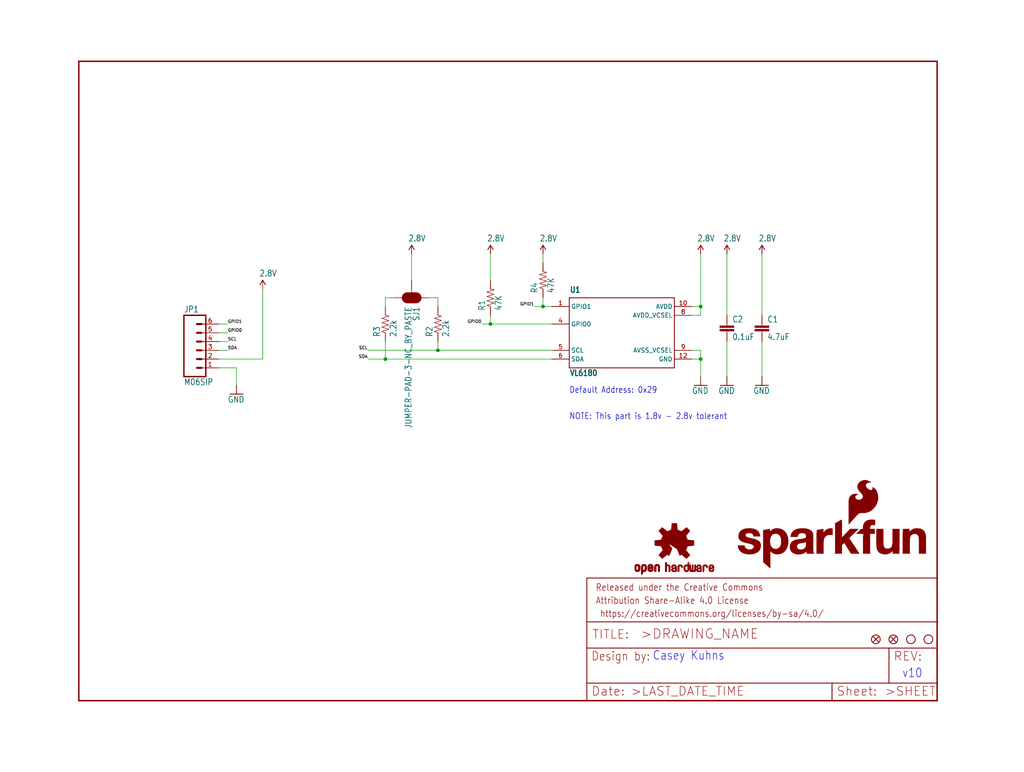
<source format=kicad_sch>
(kicad_sch (version 20211123) (generator eeschema)
  (paper "User" 297.002 223.926)
  (lib_symbols
    (symbol "schematicEagle-eagle-import:0.1UF-25V(+80{slash}-20%)(0603)"
      (property "Reference" "C" (at 1.524 2.921 0))
      (property "Value" "0.1UF-25V(+80{slash}-20%)(0603)" (at 1.524 -2.159 0))
      (symbol "0.1UF-25V(+80{slash}-20%)(0603)_1_0"
        (pin passive line (at 0 5.08 270) (length 2.54) (name "1") (number "1"))
        (pin passive line (at 0 -2.54 90) (length 2.54) (name "2") (number "2"))
      )
    )
    (symbol "schematicEagle-eagle-import:2.2KOHM1{slash}10W1%(0603)"
      (property "Reference" "R" (at -3.81 1.4986 0))
      (property "Value" "2.2KOHM1{slash}10W1%(0603)" (at -3.81 -3.302 0))
      (symbol "2.2KOHM1{slash}10W1%(0603)_1_0"
        (pin passive line (at -5.08 0 0) (length 2.54) (name "1") (number "1"))
        (pin passive line (at 5.08 0 180) (length 2.54) (name "2") (number "2"))
      )
    )
    (symbol "schematicEagle-eagle-import:2.8V" (power)
      (property "Value" "2.8V" (at -1.016 3.556 0))
      (symbol "2.8V_1_0"
        (pin power_in line (at 0 0 90) (length 2.54) (name "2.8V") (number "1"))
      )
    )
    (symbol "schematicEagle-eagle-import:4.7UF-6.3V-10%(0603)0603"
      (property "Reference" "C" (at 1.524 2.921 0))
      (property "Value" "4.7UF-6.3V-10%(0603)0603" (at 1.524 -2.159 0))
      (symbol "4.7UF-6.3V-10%(0603)0603_1_0"
        (pin passive line (at 0 5.08 270) (length 2.54) (name "1") (number "1"))
        (pin passive line (at 0 -2.54 90) (length 2.54) (name "2") (number "2"))
      )
    )
    (symbol "schematicEagle-eagle-import:47KOHM1{slash}10W1%(0603)"
      (property "Reference" "R" (at -3.81 1.4986 0))
      (property "Value" "47KOHM1{slash}10W1%(0603)" (at -3.81 -3.302 0))
      (symbol "47KOHM1{slash}10W1%(0603)_1_0"
        (pin passive line (at -5.08 0 0) (length 2.54) (name "1") (number "1"))
        (pin passive line (at 5.08 0 180) (length 2.54) (name "2") (number "2"))
      )
    )
    (symbol "schematicEagle-eagle-import:FIDUCIAL1X2")
    (symbol "schematicEagle-eagle-import:FRAME-LETTER"
      (symbol "FRAME-LETTER_2_0"
        (text " https://creativecommons.org/licenses/by-sa/4.0/" (at 2.54 24.13 0) (effects (font (size 1.9304 1.6408)) (justify left bottom)))
        (text ">DRAWING_NAME" (at 15.494 17.78 0) (effects (font (size 2.7432 2.7432)) (justify left bottom)))
        (text ">LAST_DATE_TIME" (at 12.7 1.27 0) (effects (font (size 2.54 2.54)) (justify left bottom)))
        (text ">SHEET" (at 86.36 1.27 0) (effects (font (size 2.54 2.54)) (justify left bottom)))
        (text "Attribution Share-Alike 4.0 License" (at 2.54 27.94 0) (effects (font (size 1.9304 1.6408)) (justify left bottom)))
        (text "Date:" (at 1.27 1.27 0) (effects (font (size 2.54 2.54)) (justify left bottom)))
        (text "Design by:" (at 1.27 11.43 0) (effects (font (size 2.54 2.159)) (justify left bottom)))
        (text "Released under the Creative Commons" (at 2.54 31.75 0) (effects (font (size 1.9304 1.6408)) (justify left bottom)))
        (text "REV:" (at 88.9 11.43 0) (effects (font (size 2.54 2.54)) (justify left bottom)))
        (text "Sheet:" (at 72.39 1.27 0) (effects (font (size 2.54 2.54)) (justify left bottom)))
        (text "TITLE:" (at 1.524 17.78 0) (effects (font (size 2.54 2.54)) (justify left bottom)))
      )
    )
    (symbol "schematicEagle-eagle-import:GND" (power)
      (property "Value" "GND" (at -2.54 -2.54 0))
      (symbol "GND_1_0"
        (pin power_in line (at 0 2.54 270) (length 2.54) (name "GND") (number "1"))
      )
    )
    (symbol "schematicEagle-eagle-import:JUMPER-PAD-3-NC_BY_PASTE"
      (property "Value" "JUMPER-PAD-3-NC_BY_PASTE" (at 2.54 -1.905 0))
      (symbol "JUMPER-PAD-3-NC_BY_PASTE_1_0"
        (pin passive line (at 0 5.08 270) (length 2.54) (name "1") (number "1"))
        (pin passive line (at -5.08 0 0) (length 2.54) (name "2") (number "2"))
        (pin passive line (at 0 -5.08 90) (length 2.54) (name "3") (number "3"))
      )
    )
    (symbol "schematicEagle-eagle-import:M06SIP"
      (property "Reference" "JP" (at -5.08 10.922 0))
      (property "Value" "M06SIP" (at -5.08 -10.16 0))
      (symbol "M06SIP_1_0"
        (pin passive line (at 5.08 -5.08 180) (length 5.08) (name "1") (number "1"))
        (pin passive line (at 5.08 -2.54 180) (length 5.08) (name "2") (number "2"))
        (pin passive line (at 5.08 0 180) (length 5.08) (name "3") (number "3"))
        (pin passive line (at 5.08 2.54 180) (length 5.08) (name "4") (number "4"))
        (pin passive line (at 5.08 5.08 180) (length 5.08) (name "5") (number "5"))
        (pin passive line (at 5.08 7.62 180) (length 5.08) (name "6") (number "6"))
      )
    )
    (symbol "schematicEagle-eagle-import:OSHW-LOGOS")
    (symbol "schematicEagle-eagle-import:SFE_LOGO_NAME_FLAME.1_INCH")
    (symbol "schematicEagle-eagle-import:STAND-OFF")
    (symbol "schematicEagle-eagle-import:VL6180"
      (property "Reference" "U" (at -15.24 11.43 0))
      (property "Value" "VL6180" (at -15.24 -12.7 0))
      (symbol "VL6180_1_0"
        (pin bidirectional line (at -20.32 7.62 0) (length 5.08) (name "GPIO1") (number "1"))
        (pin bidirectional line (at 20.32 7.62 180) (length 5.08) (name "AVDD") (number "10"))
        (pin bidirectional line (at 20.32 -7.62 180) (length 5.08) (name "GND") (number "12"))
        (pin bidirectional line (at -20.32 2.54 0) (length 5.08) (name "GPIO0") (number "4"))
        (pin bidirectional line (at -20.32 -5.08 0) (length 5.08) (name "SCL") (number "5"))
        (pin bidirectional line (at -20.32 -7.62 0) (length 5.08) (name "SDA") (number "6"))
        (pin bidirectional line (at 20.32 5.08 180) (length 5.08) (name "AVDD_VCSEL") (number "8"))
        (pin bidirectional line (at 20.32 -5.08 180) (length 5.08) (name "AVSS_VCSEL") (number "9"))
      )
    )
  )
  (junction (at 111.76 104.14))
  (junction (at 203.2 88.9))
  (junction (at 127 101.6))
  (junction (at 142.24 93.98))
  (junction (at 203.2 104.14))
  (junction (at 157.48 88.9))
  (wire (pts (xy 210.82 91.44) (xy 210.82 73.66)))
  (wire (pts (xy 63.5 104.14) (xy 76.2 104.14)))
  (wire (pts (xy 200.66 91.44) (xy 203.2 91.44)))
  (wire (pts (xy 63.5 106.68) (xy 68.58 106.68)))
  (wire (pts (xy 203.2 91.44) (xy 203.2 88.9)))
  (wire (pts (xy 203.2 104.14) (xy 200.66 104.14)))
  (wire (pts (xy 63.5 96.52) (xy 66.04 96.52)))
  (wire (pts (xy 203.2 88.9) (xy 200.66 88.9)))
  (wire (pts (xy 210.82 99.06) (xy 210.82 109.22)))
  (wire (pts (xy 220.98 99.06) (xy 220.98 109.22)))
  (wire (pts (xy 63.5 93.98) (xy 66.04 93.98)))
  (wire (pts (xy 220.98 91.44) (xy 220.98 73.66)))
  (wire (pts (xy 203.2 101.6) (xy 203.2 104.14)))
  (wire (pts (xy 142.24 81.28) (xy 142.24 73.66)))
  (wire (pts (xy 68.58 106.68) (xy 68.58 111.76)))
  (wire (pts (xy 111.76 104.14) (xy 111.76 99.06)))
  (wire (pts (xy 160.02 93.98) (xy 142.24 93.98)))
  (wire (pts (xy 157.48 76.2) (xy 157.48 73.66)))
  (wire (pts (xy 160.02 88.9) (xy 157.48 88.9)))
  (wire (pts (xy 203.2 104.14) (xy 203.2 109.22)))
  (wire (pts (xy 76.2 104.14) (xy 76.2 83.82)))
  (wire (pts (xy 142.24 93.98) (xy 142.24 91.44)))
  (wire (pts (xy 203.2 88.9) (xy 203.2 73.66)))
  (wire (pts (xy 160.02 101.6) (xy 127 101.6)))
  (wire (pts (xy 157.48 88.9) (xy 157.48 86.36)))
  (wire (pts (xy 63.5 101.6) (xy 66.04 101.6)))
  (wire (pts (xy 200.66 101.6) (xy 203.2 101.6)))
  (wire (pts (xy 157.48 88.9) (xy 154.94 88.9)))
  (wire (pts (xy 119.38 73.66) (xy 119.38 81.28)))
  (wire (pts (xy 63.5 99.06) (xy 66.04 99.06)))
  (wire (pts (xy 111.76 88.9) (xy 111.76 86.36)))
  (wire (pts (xy 127 99.06) (xy 127 101.6)))
  (wire (pts (xy 127 86.36) (xy 124.46 86.36)))
  (wire (pts (xy 111.76 104.14) (xy 106.68 104.14)))
  (wire (pts (xy 127 88.9) (xy 127 86.36)))
  (wire (pts (xy 111.76 86.36) (xy 114.3 86.36)))
  (wire (pts (xy 142.24 93.98) (xy 139.7 93.98)))
  (wire (pts (xy 160.02 104.14) (xy 111.76 104.14)))
  (wire (pts (xy 127 101.6) (xy 106.68 101.6)))
  (text "Default Address: 0x29" (at 165.1 114.3 180) (effects (font (size 1.778 1.5113)) (justify left bottom)))
  (text "v10" (at 261.62 196.85 180) (effects (font (size 2.54 2.159)) (justify left bottom)))
  (text "Casey Kuhns" (at 189.23 191.77 180) (effects (font (size 2.54 2.159)) (justify left bottom)))
  (text "NOTE: This part is 1.8v - 2.8v tolerant" (at 165.1 121.92 180) (effects (font (size 1.778 1.5113)) (justify left bottom)))
  (label "SDA" (at 106.68 104.14 180) (effects (font (size 0.889 0.889))))
  (label "SDA" (at 66.04 101.6 0) (effects (font (size 0.889 0.889))))
  (label "GPIO1" (at 154.94 88.9 180) (effects (font (size 0.889 0.889))))
  (label "SCL" (at 66.04 99.06 0) (effects (font (size 0.889 0.889))))
  (label "GPIO1" (at 66.04 93.98 0) (effects (font (size 0.889 0.889))))
  (label "GPIO0" (at 66.04 96.52 0) (effects (font (size 0.889 0.889))))
  (label "GPIO0" (at 139.7 93.98 180) (effects (font (size 0.889 0.889))))
  (label "SCL" (at 106.68 101.6 180) (effects (font (size 0.889 0.889))))
  (symbol (lib_id "schematicEagle-eagle-import:GND") (at 203.2 111.76 0) (unit 1)
    (property "Reference" "#GND1" (effects hide))
    (property "Value" "GND" (at 200.66 114.3 0) (effects (font (size 1.778 1.5113)) (justify left bottom)))
    (property "Footprint" "schematicEagle:" (effects hide))
  )
  (symbol (lib_id "schematicEagle-eagle-import:47KOHM1{slash}10W1%(0603)") (at 142.24 86.36 90) (unit 1)
    (property "Reference" "R1" (at 140.7414 90.17 0) (effects (font (size 1.778 1.5113)) (justify left bottom)))
    (property "Value" "47K" (at 145.542 90.17 0) (effects (font (size 1.778 1.5113)) (justify left bottom)))
    (property "Footprint" "schematicEagle:0603-RES" (effects hide))
  )
  (symbol (lib_id "schematicEagle-eagle-import:STAND-OFF") (at 269.24 185.42 0) (unit 1)
    (property "Reference" "STANDOFF1" (effects hide))
    (property "Value" "STAND-OFF" (effects hide))
    (property "Footprint" "schematicEagle:STAND-OFF" (effects hide))
  )
  (symbol (lib_id "schematicEagle-eagle-import:JUMPER-PAD-3-NC_BY_PASTE") (at 119.38 86.36 270) (unit 1)
    (property "Reference" "SJ1" (at 119.761 88.9 0) (effects (font (size 1.778 1.5113)) (justify left bottom)))
    (property "Value" "JUMPER-PAD-3-NC_BY_PASTE" (at 117.475 88.9 0) (effects (font (size 1.778 1.5113)) (justify left bottom)))
    (property "Footprint" "schematicEagle:PAD-JUMPER-3-NC_BY_PASTE_YES_SILK_FULL_BOX" (effects hide))
  )
  (symbol (lib_id "schematicEagle-eagle-import:2.2KOHM1{slash}10W1%(0603)") (at 127 93.98 90) (unit 1)
    (property "Reference" "R2" (at 125.5014 97.79 0) (effects (font (size 1.778 1.5113)) (justify left bottom)))
    (property "Value" "2.2k" (at 130.302 97.79 0) (effects (font (size 1.778 1.5113)) (justify left bottom)))
    (property "Footprint" "schematicEagle:0603-RES" (effects hide))
  )
  (symbol (lib_id "schematicEagle-eagle-import:4.7UF-6.3V-10%(0603)0603") (at 220.98 96.52 0) (unit 1)
    (property "Reference" "C1" (at 222.504 93.599 0) (effects (font (size 1.778 1.5113)) (justify left bottom)))
    (property "Value" "4.7uF" (at 222.504 98.679 0) (effects (font (size 1.778 1.5113)) (justify left bottom)))
    (property "Footprint" "schematicEagle:0603-CAP" (effects hide))
  )
  (symbol (lib_id "schematicEagle-eagle-import:OSHW-LOGOS") (at 195.58 157.48 0) (unit 1)
    (property "Reference" "LOGO2" (effects hide))
    (property "Value" "OSHW-LOGOS" (effects hide))
    (property "Footprint" "schematicEagle:OSHW-LOGO-S" (effects hide))
  )
  (symbol (lib_id "schematicEagle-eagle-import:M06SIP") (at 58.42 101.6 0) (unit 1)
    (property "Reference" "JP1" (at 53.34 90.678 0) (effects (font (size 1.778 1.5113)) (justify left bottom)))
    (property "Value" "M06SIP" (at 53.34 111.76 0) (effects (font (size 1.778 1.5113)) (justify left bottom)))
    (property "Footprint" "schematicEagle:1X06" (effects hide))
  )
  (symbol (lib_id "schematicEagle-eagle-import:GND") (at 220.98 111.76 0) (unit 1)
    (property "Reference" "#GND3" (effects hide))
    (property "Value" "GND" (at 218.44 114.3 0) (effects (font (size 1.778 1.5113)) (justify left bottom)))
    (property "Footprint" "schematicEagle:" (effects hide))
  )
  (symbol (lib_id "schematicEagle-eagle-import:47KOHM1{slash}10W1%(0603)") (at 157.48 81.28 90) (unit 1)
    (property "Reference" "R4" (at 155.9814 85.09 0) (effects (font (size 1.778 1.5113)) (justify left bottom)))
    (property "Value" "47K" (at 160.782 85.09 0) (effects (font (size 1.778 1.5113)) (justify left bottom)))
    (property "Footprint" "schematicEagle:0603-RES" (effects hide))
  )
  (symbol (lib_id "schematicEagle-eagle-import:0.1UF-25V(+80{slash}-20%)(0603)") (at 210.82 96.52 0) (unit 1)
    (property "Reference" "C2" (at 212.344 93.599 0) (effects (font (size 1.778 1.5113)) (justify left bottom)))
    (property "Value" "0.1uF" (at 212.344 98.679 0) (effects (font (size 1.778 1.5113)) (justify left bottom)))
    (property "Footprint" "schematicEagle:0603-CAP" (effects hide))
  )
  (symbol (lib_id "schematicEagle-eagle-import:2.8V") (at 119.38 73.66 0) (unit 1)
    (property "Reference" "#SUPPLY9" (effects hide))
    (property "Value" "2.8V" (at 118.364 70.104 0) (effects (font (size 1.778 1.5113)) (justify left bottom)))
    (property "Footprint" "schematicEagle:" (effects hide))
  )
  (symbol (lib_id "schematicEagle-eagle-import:2.8V") (at 220.98 73.66 0) (unit 1)
    (property "Reference" "#SUPPLY2" (effects hide))
    (property "Value" "2.8V" (at 219.964 70.104 0) (effects (font (size 1.778 1.5113)) (justify left bottom)))
    (property "Footprint" "schematicEagle:" (effects hide))
  )
  (symbol (lib_id "schematicEagle-eagle-import:FIDUCIAL1X2") (at 259.08 185.42 0) (unit 1)
    (property "Reference" "FID1" (effects hide))
    (property "Value" "FIDUCIAL1X2" (effects hide))
    (property "Footprint" "schematicEagle:FIDUCIAL-1X2" (effects hide))
  )
  (symbol (lib_id "schematicEagle-eagle-import:2.8V") (at 210.82 73.66 0) (unit 1)
    (property "Reference" "#SUPPLY1" (effects hide))
    (property "Value" "2.8V" (at 209.804 70.104 0) (effects (font (size 1.778 1.5113)) (justify left bottom)))
    (property "Footprint" "schematicEagle:" (effects hide))
  )
  (symbol (lib_id "schematicEagle-eagle-import:2.8V") (at 157.48 73.66 0) (unit 1)
    (property "Reference" "#SUPPLY7" (effects hide))
    (property "Value" "2.8V" (at 156.464 70.104 0) (effects (font (size 1.778 1.5113)) (justify left bottom)))
    (property "Footprint" "schematicEagle:" (effects hide))
  )
  (symbol (lib_id "schematicEagle-eagle-import:GND") (at 210.82 111.76 0) (unit 1)
    (property "Reference" "#GND2" (effects hide))
    (property "Value" "GND" (at 208.28 114.3 0) (effects (font (size 1.778 1.5113)) (justify left bottom)))
    (property "Footprint" "schematicEagle:" (effects hide))
  )
  (symbol (lib_id "schematicEagle-eagle-import:SFE_LOGO_NAME_FLAME.1_INCH") (at 213.36 165.1 0) (unit 1)
    (property "Reference" "LOGO1" (effects hide))
    (property "Value" "SFE_LOGO_NAME_FLAME.1_INCH" (effects hide))
    (property "Footprint" "schematicEagle:SFE_LOGO_NAME_FLAME_.1" (effects hide))
  )
  (symbol (lib_id "schematicEagle-eagle-import:STAND-OFF") (at 264.16 185.42 0) (unit 1)
    (property "Reference" "STANDOFF2" (effects hide))
    (property "Value" "STAND-OFF" (effects hide))
    (property "Footprint" "schematicEagle:STAND-OFF" (effects hide))
  )
  (symbol (lib_id "schematicEagle-eagle-import:FIDUCIAL1X2") (at 254 185.42 0) (unit 1)
    (property "Reference" "FID2" (effects hide))
    (property "Value" "FIDUCIAL1X2" (effects hide))
    (property "Footprint" "schematicEagle:FIDUCIAL-1X2" (effects hide))
  )
  (symbol (lib_id "schematicEagle-eagle-import:GND") (at 68.58 114.3 0) (unit 1)
    (property "Reference" "#GND4" (effects hide))
    (property "Value" "GND" (at 66.04 116.84 0) (effects (font (size 1.778 1.5113)) (justify left bottom)))
    (property "Footprint" "schematicEagle:" (effects hide))
  )
  (symbol (lib_id "schematicEagle-eagle-import:2.8V") (at 203.2 73.66 0) (unit 1)
    (property "Reference" "#SUPPLY3" (effects hide))
    (property "Value" "2.8V" (at 202.184 70.104 0) (effects (font (size 1.778 1.5113)) (justify left bottom)))
    (property "Footprint" "schematicEagle:" (effects hide))
  )
  (symbol (lib_id "schematicEagle-eagle-import:VL6180") (at 180.34 96.52 0) (unit 1)
    (property "Reference" "U1" (at 165.1 85.09 0) (effects (font (size 1.6764 1.4249) bold) (justify left bottom)))
    (property "Value" "VL6180" (at 165.1 109.22 0) (effects (font (size 1.6764 1.4249) bold) (justify left bottom)))
    (property "Footprint" "schematicEagle:VL6180" (effects hide))
  )
  (symbol (lib_id "schematicEagle-eagle-import:2.2KOHM1{slash}10W1%(0603)") (at 111.76 93.98 90) (unit 1)
    (property "Reference" "R3" (at 110.2614 97.79 0) (effects (font (size 1.778 1.5113)) (justify left bottom)))
    (property "Value" "2.2k" (at 115.062 97.79 0) (effects (font (size 1.778 1.5113)) (justify left bottom)))
    (property "Footprint" "schematicEagle:0603-RES" (effects hide))
  )
  (symbol (lib_id "schematicEagle-eagle-import:FRAME-LETTER") (at 170.18 203.2 0) (unit 2)
    (property "Reference" "FRAME1" (effects hide))
    (property "Value" "FRAME-LETTER" (effects hide))
    (property "Footprint" "schematicEagle:CREATIVE_COMMONS" (effects hide))
  )
  (symbol (lib_id "schematicEagle-eagle-import:2.8V") (at 142.24 73.66 0) (unit 1)
    (property "Reference" "#SUPPLY8" (effects hide))
    (property "Value" "2.8V" (at 141.224 70.104 0) (effects (font (size 1.778 1.5113)) (justify left bottom)))
    (property "Footprint" "schematicEagle:" (effects hide))
  )
  (symbol (lib_id "schematicEagle-eagle-import:2.8V") (at 76.2 83.82 0) (unit 1)
    (property "Reference" "#SUPPLY4" (effects hide))
    (property "Value" "2.8V" (at 75.184 80.264 0) (effects (font (size 1.778 1.5113)) (justify left bottom)))
    (property "Footprint" "schematicEagle:" (effects hide))
  )
  (symbol (lib_id "schematicEagle-eagle-import:FRAME-LETTER") (at 22.86 203.2 0) (unit 1)
    (property "Reference" "FRAME1" (effects hide))
    (property "Value" "FRAME-LETTER" (effects hide))
    (property "Footprint" "schematicEagle:CREATIVE_COMMONS" (effects hide))
  )
)
</source>
